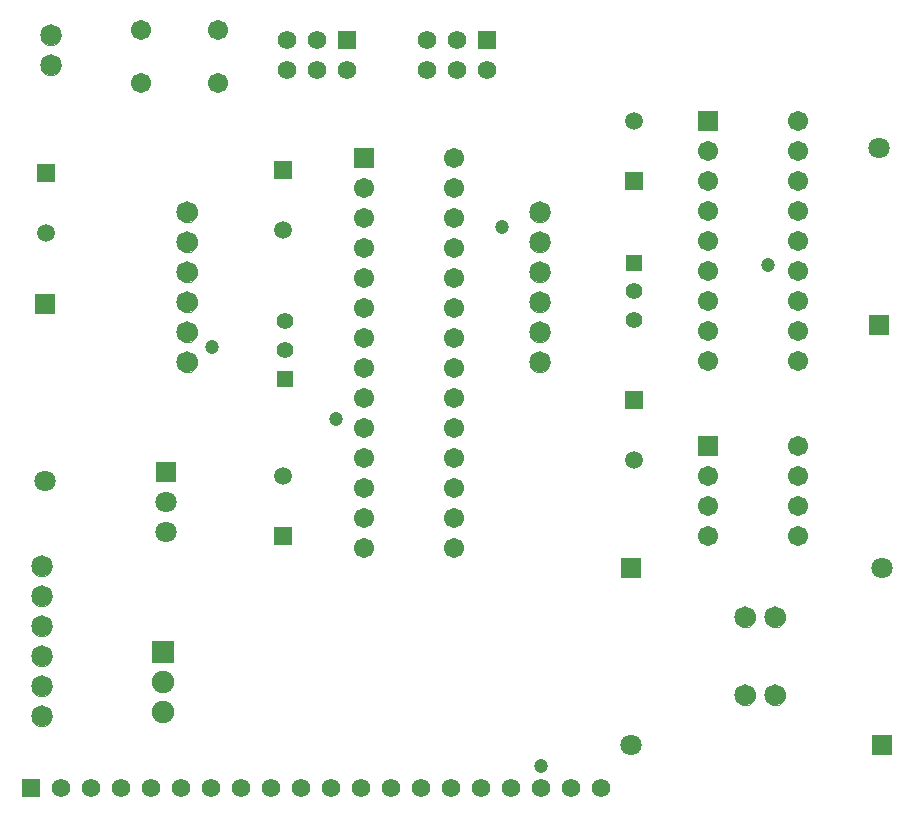
<source format=gbs>
G04*
G04 #@! TF.GenerationSoftware,Altium Limited,Altium Designer,22.9.1 (49)*
G04*
G04 Layer_Color=16711935*
%FSLAX25Y25*%
%MOIN*%
G70*
G04*
G04 #@! TF.SameCoordinates,8C7AA2B9-2782-4D16-8663-33B98A07A00E*
G04*
G04*
G04 #@! TF.FilePolarity,Negative*
G04*
G01*
G75*
%ADD18C,0.00000*%
%ADD20C,0.07178*%
%ADD21C,0.06706*%
%ADD22R,0.06706X0.06706*%
%ADD23R,0.06194X0.06194*%
%ADD24C,0.06194*%
%ADD25C,0.07099*%
%ADD26R,0.07099X0.07099*%
%ADD27C,0.07493*%
%ADD28R,0.07493X0.07493*%
%ADD29R,0.05524X0.05524*%
%ADD30C,0.05524*%
%ADD31R,0.07099X0.07099*%
%ADD32R,0.05918X0.05918*%
%ADD33C,0.05918*%
%ADD34C,0.04737*%
D18*
X190890Y162500D02*
X190739Y163499D01*
X190301Y164410D01*
X189614Y165150D01*
X188739Y165656D01*
X187753Y165881D01*
X186746Y165805D01*
X185805Y165436D01*
X185015Y164806D01*
X184446Y163971D01*
X184148Y163005D01*
Y161995D01*
X184446Y161029D01*
X185015Y160194D01*
X185805Y159564D01*
X186746Y159195D01*
X187753Y159119D01*
X188739Y159344D01*
X189614Y159850D01*
X190301Y160590D01*
X190739Y161501D01*
X190890Y162500D01*
Y172500D02*
X190739Y173499D01*
X190301Y174410D01*
X189614Y175150D01*
X188739Y175656D01*
X187753Y175881D01*
X186746Y175805D01*
X185805Y175436D01*
X185015Y174806D01*
X184446Y173971D01*
X184148Y173005D01*
Y171995D01*
X184446Y171029D01*
X185015Y170194D01*
X185805Y169564D01*
X186746Y169195D01*
X187753Y169120D01*
X188739Y169344D01*
X189614Y169850D01*
X190301Y170590D01*
X190739Y171501D01*
X190890Y172500D01*
Y182500D02*
X190739Y183499D01*
X190301Y184410D01*
X189614Y185150D01*
X188739Y185656D01*
X187753Y185880D01*
X186746Y185805D01*
X185805Y185436D01*
X185015Y184806D01*
X184446Y183971D01*
X184148Y183005D01*
Y181995D01*
X184446Y181029D01*
X185015Y180194D01*
X185805Y179564D01*
X186746Y179195D01*
X187753Y179120D01*
X188739Y179344D01*
X189614Y179850D01*
X190301Y180590D01*
X190739Y181501D01*
X190890Y182500D01*
Y192500D02*
X190739Y193499D01*
X190301Y194410D01*
X189614Y195150D01*
X188739Y195656D01*
X187753Y195880D01*
X186746Y195805D01*
X185805Y195436D01*
X185015Y194806D01*
X184446Y193971D01*
X184148Y193005D01*
Y191995D01*
X184446Y191029D01*
X185015Y190194D01*
X185805Y189564D01*
X186746Y189195D01*
X187753Y189120D01*
X188739Y189344D01*
X189614Y189850D01*
X190301Y190590D01*
X190739Y191501D01*
X190890Y192500D01*
Y202500D02*
X190739Y203499D01*
X190301Y204410D01*
X189614Y205150D01*
X188739Y205656D01*
X187753Y205880D01*
X186746Y205805D01*
X185805Y205436D01*
X185015Y204806D01*
X184446Y203971D01*
X184148Y203005D01*
Y201995D01*
X184446Y201029D01*
X185015Y200194D01*
X185805Y199564D01*
X186746Y199195D01*
X187753Y199119D01*
X188739Y199344D01*
X189614Y199850D01*
X190301Y200590D01*
X190739Y201501D01*
X190890Y202500D01*
Y212500D02*
X190739Y213499D01*
X190301Y214410D01*
X189614Y215150D01*
X188739Y215656D01*
X187753Y215880D01*
X186746Y215805D01*
X185805Y215436D01*
X185015Y214806D01*
X184446Y213971D01*
X184148Y213005D01*
Y211995D01*
X184446Y211029D01*
X185015Y210194D01*
X185805Y209564D01*
X186746Y209195D01*
X187753Y209120D01*
X188739Y209344D01*
X189614Y209850D01*
X190301Y210590D01*
X190739Y211501D01*
X190890Y212500D01*
X73390Y162500D02*
X73239Y163499D01*
X72801Y164410D01*
X72114Y165150D01*
X71238Y165656D01*
X70253Y165881D01*
X69246Y165805D01*
X68305Y165436D01*
X67515Y164806D01*
X66946Y163971D01*
X66648Y163005D01*
Y161995D01*
X66946Y161029D01*
X67515Y160194D01*
X68305Y159564D01*
X69246Y159195D01*
X70253Y159119D01*
X71238Y159344D01*
X72114Y159850D01*
X72801Y160590D01*
X73239Y161501D01*
X73390Y162500D01*
Y172500D02*
X73239Y173499D01*
X72801Y174410D01*
X72114Y175150D01*
X71238Y175656D01*
X70253Y175881D01*
X69246Y175805D01*
X68305Y175436D01*
X67515Y174806D01*
X66946Y173971D01*
X66648Y173005D01*
Y171995D01*
X66946Y171029D01*
X67515Y170194D01*
X68305Y169564D01*
X69246Y169195D01*
X70253Y169120D01*
X71238Y169344D01*
X72114Y169850D01*
X72801Y170590D01*
X73239Y171501D01*
X73390Y172500D01*
Y182500D02*
X73239Y183499D01*
X72801Y184410D01*
X72114Y185150D01*
X71238Y185656D01*
X70253Y185880D01*
X69246Y185805D01*
X68305Y185436D01*
X67515Y184806D01*
X66946Y183971D01*
X66648Y183005D01*
Y181995D01*
X66946Y181029D01*
X67515Y180194D01*
X68305Y179564D01*
X69246Y179195D01*
X70253Y179120D01*
X71238Y179344D01*
X72114Y179850D01*
X72801Y180590D01*
X73239Y181501D01*
X73390Y182500D01*
Y192500D02*
X73239Y193499D01*
X72801Y194410D01*
X72114Y195150D01*
X71238Y195656D01*
X70253Y195880D01*
X69246Y195805D01*
X68305Y195436D01*
X67515Y194806D01*
X66946Y193971D01*
X66648Y193005D01*
Y191995D01*
X66946Y191029D01*
X67515Y190194D01*
X68305Y189564D01*
X69246Y189195D01*
X70253Y189120D01*
X71238Y189344D01*
X72114Y189850D01*
X72801Y190590D01*
X73239Y191501D01*
X73390Y192500D01*
Y202500D02*
X73239Y203499D01*
X72801Y204410D01*
X72114Y205150D01*
X71238Y205656D01*
X70253Y205880D01*
X69246Y205805D01*
X68305Y205436D01*
X67515Y204806D01*
X66946Y203971D01*
X66648Y203005D01*
Y201995D01*
X66946Y201029D01*
X67515Y200194D01*
X68305Y199564D01*
X69246Y199195D01*
X70253Y199119D01*
X71238Y199344D01*
X72114Y199850D01*
X72801Y200590D01*
X73239Y201501D01*
X73390Y202500D01*
Y212500D02*
X73239Y213499D01*
X72801Y214410D01*
X72114Y215150D01*
X71238Y215656D01*
X70253Y215880D01*
X69246Y215805D01*
X68305Y215436D01*
X67515Y214806D01*
X66946Y213971D01*
X66648Y213005D01*
Y211995D01*
X66946Y211029D01*
X67515Y210194D01*
X68305Y209564D01*
X69246Y209195D01*
X70253Y209120D01*
X71238Y209344D01*
X72114Y209850D01*
X72801Y210590D01*
X73239Y211501D01*
X73390Y212500D01*
X27890Y261500D02*
X27739Y262499D01*
X27301Y263410D01*
X26614Y264150D01*
X25738Y264656D01*
X24753Y264880D01*
X23746Y264805D01*
X22805Y264436D01*
X22015Y263806D01*
X21446Y262971D01*
X21148Y262005D01*
Y260995D01*
X21446Y260029D01*
X22015Y259194D01*
X22805Y258564D01*
X23746Y258195D01*
X24753Y258120D01*
X25738Y258344D01*
X26614Y258850D01*
X27301Y259590D01*
X27739Y260501D01*
X27890Y261500D01*
Y271500D02*
X27739Y272499D01*
X27301Y273410D01*
X26614Y274150D01*
X25738Y274656D01*
X24753Y274881D01*
X23746Y274805D01*
X22805Y274436D01*
X22015Y273806D01*
X21446Y272971D01*
X21148Y272005D01*
Y270995D01*
X21446Y270029D01*
X22015Y269194D01*
X22805Y268564D01*
X23746Y268195D01*
X24753Y268120D01*
X25738Y268344D01*
X26614Y268850D01*
X27301Y269590D01*
X27739Y270501D01*
X27890Y271500D01*
X24890Y44500D02*
X24739Y45499D01*
X24301Y46410D01*
X23614Y47150D01*
X22738Y47656D01*
X21753Y47881D01*
X20746Y47805D01*
X19805Y47436D01*
X19015Y46806D01*
X18446Y45971D01*
X18148Y45005D01*
Y43995D01*
X18446Y43029D01*
X19015Y42194D01*
X19805Y41564D01*
X20746Y41195D01*
X21753Y41120D01*
X22738Y41344D01*
X23614Y41850D01*
X24301Y42590D01*
X24739Y43501D01*
X24890Y44500D01*
Y54500D02*
X24739Y55499D01*
X24301Y56410D01*
X23614Y57150D01*
X22738Y57656D01*
X21753Y57881D01*
X20746Y57805D01*
X19805Y57436D01*
X19015Y56806D01*
X18446Y55971D01*
X18148Y55005D01*
Y53995D01*
X18446Y53029D01*
X19015Y52194D01*
X19805Y51564D01*
X20746Y51195D01*
X21753Y51120D01*
X22738Y51344D01*
X23614Y51850D01*
X24301Y52590D01*
X24739Y53501D01*
X24890Y54500D01*
Y64500D02*
X24739Y65499D01*
X24301Y66410D01*
X23614Y67150D01*
X22738Y67656D01*
X21753Y67880D01*
X20746Y67805D01*
X19805Y67436D01*
X19015Y66806D01*
X18446Y65971D01*
X18148Y65005D01*
Y63995D01*
X18446Y63029D01*
X19015Y62194D01*
X19805Y61564D01*
X20746Y61195D01*
X21753Y61120D01*
X22738Y61344D01*
X23614Y61850D01*
X24301Y62590D01*
X24739Y63501D01*
X24890Y64500D01*
Y74500D02*
X24739Y75499D01*
X24301Y76410D01*
X23614Y77150D01*
X22738Y77656D01*
X21753Y77881D01*
X20746Y77805D01*
X19805Y77436D01*
X19015Y76806D01*
X18446Y75971D01*
X18148Y75005D01*
Y73995D01*
X18446Y73029D01*
X19015Y72194D01*
X19805Y71564D01*
X20746Y71195D01*
X21753Y71119D01*
X22738Y71344D01*
X23614Y71850D01*
X24301Y72590D01*
X24739Y73501D01*
X24890Y74500D01*
Y84500D02*
X24739Y85499D01*
X24301Y86410D01*
X23614Y87150D01*
X22738Y87656D01*
X21753Y87880D01*
X20746Y87805D01*
X19805Y87436D01*
X19015Y86806D01*
X18446Y85971D01*
X18148Y85005D01*
Y83995D01*
X18446Y83029D01*
X19015Y82194D01*
X19805Y81564D01*
X20746Y81195D01*
X21753Y81120D01*
X22738Y81344D01*
X23614Y81850D01*
X24301Y82590D01*
X24739Y83501D01*
X24890Y84500D01*
Y94500D02*
X24739Y95499D01*
X24301Y96410D01*
X23614Y97150D01*
X22738Y97656D01*
X21753Y97881D01*
X20746Y97805D01*
X19805Y97436D01*
X19015Y96806D01*
X18446Y95971D01*
X18148Y95005D01*
Y93995D01*
X18446Y93029D01*
X19015Y92194D01*
X19805Y91564D01*
X20746Y91195D01*
X21753Y91119D01*
X22738Y91344D01*
X23614Y91850D01*
X24301Y92590D01*
X24739Y93501D01*
X24890Y94500D01*
X259390Y77500D02*
X259239Y78499D01*
X258801Y79410D01*
X258114Y80150D01*
X257239Y80656D01*
X256253Y80880D01*
X255246Y80805D01*
X254305Y80436D01*
X253515Y79806D01*
X252946Y78971D01*
X252648Y78005D01*
Y76995D01*
X252946Y76029D01*
X253515Y75194D01*
X254305Y74564D01*
X255246Y74195D01*
X256253Y74120D01*
X257239Y74344D01*
X258114Y74850D01*
X258801Y75590D01*
X259239Y76501D01*
X259390Y77500D01*
X269390D02*
X269239Y78499D01*
X268801Y79410D01*
X268114Y80150D01*
X267238Y80656D01*
X266253Y80880D01*
X265246Y80805D01*
X264305Y80436D01*
X263515Y79806D01*
X262946Y78971D01*
X262648Y78005D01*
Y76995D01*
X262946Y76029D01*
X263515Y75194D01*
X264305Y74564D01*
X265246Y74195D01*
X266253Y74120D01*
X267238Y74344D01*
X268114Y74850D01*
X268801Y75590D01*
X269239Y76501D01*
X269390Y77500D01*
X259390Y51500D02*
X259239Y52499D01*
X258801Y53410D01*
X258114Y54150D01*
X257239Y54656D01*
X256253Y54880D01*
X255246Y54805D01*
X254305Y54436D01*
X253515Y53806D01*
X252946Y52971D01*
X252648Y52005D01*
Y50995D01*
X252946Y50029D01*
X253515Y49194D01*
X254305Y48564D01*
X255246Y48195D01*
X256253Y48120D01*
X257239Y48344D01*
X258114Y48850D01*
X258801Y49590D01*
X259239Y50501D01*
X259390Y51500D01*
X269390D02*
X269239Y52499D01*
X268801Y53410D01*
X268114Y54150D01*
X267238Y54656D01*
X266253Y54880D01*
X265246Y54805D01*
X264305Y54436D01*
X263515Y53806D01*
X262946Y52971D01*
X262648Y52005D01*
Y50995D01*
X262946Y50029D01*
X263515Y49194D01*
X264305Y48564D01*
X265246Y48195D01*
X266253Y48120D01*
X267238Y48344D01*
X268114Y48850D01*
X268801Y49590D01*
X269239Y50501D01*
X269390Y51500D01*
D20*
X187500Y162500D02*
D03*
Y172500D02*
D03*
Y182500D02*
D03*
Y192500D02*
D03*
Y202500D02*
D03*
Y212500D02*
D03*
X70000Y162500D02*
D03*
Y172500D02*
D03*
Y182500D02*
D03*
Y192500D02*
D03*
Y202500D02*
D03*
Y212500D02*
D03*
X24500Y261500D02*
D03*
Y271500D02*
D03*
X21500Y44500D02*
D03*
Y54500D02*
D03*
Y64500D02*
D03*
Y74500D02*
D03*
Y84500D02*
D03*
Y94500D02*
D03*
X256000Y77500D02*
D03*
X266000D02*
D03*
X256000Y51500D02*
D03*
X266000D02*
D03*
D21*
X159000Y100500D02*
D03*
Y110500D02*
D03*
Y120500D02*
D03*
Y130500D02*
D03*
Y140500D02*
D03*
Y150500D02*
D03*
Y160500D02*
D03*
Y170500D02*
D03*
Y180500D02*
D03*
Y190500D02*
D03*
Y200500D02*
D03*
Y210500D02*
D03*
Y220500D02*
D03*
Y230500D02*
D03*
X129000Y100500D02*
D03*
Y110500D02*
D03*
Y120500D02*
D03*
Y130500D02*
D03*
Y140500D02*
D03*
Y150500D02*
D03*
Y160500D02*
D03*
Y170500D02*
D03*
Y180500D02*
D03*
Y190500D02*
D03*
Y200500D02*
D03*
Y210500D02*
D03*
Y220500D02*
D03*
X54705Y255642D02*
D03*
Y273358D02*
D03*
X80295D02*
D03*
Y255642D02*
D03*
X273500Y104500D02*
D03*
Y114500D02*
D03*
Y124500D02*
D03*
Y134500D02*
D03*
X243500Y104500D02*
D03*
Y114500D02*
D03*
Y124500D02*
D03*
Y233000D02*
D03*
Y223000D02*
D03*
Y213000D02*
D03*
Y203000D02*
D03*
Y193000D02*
D03*
Y183000D02*
D03*
Y173000D02*
D03*
Y163000D02*
D03*
X273500Y243000D02*
D03*
Y233000D02*
D03*
Y223000D02*
D03*
Y213000D02*
D03*
Y203000D02*
D03*
Y193000D02*
D03*
Y183000D02*
D03*
Y173000D02*
D03*
Y163000D02*
D03*
D22*
X129000Y230500D02*
D03*
X243500Y134500D02*
D03*
Y243000D02*
D03*
D23*
X123373Y270000D02*
D03*
X18000Y20500D02*
D03*
X170000Y270000D02*
D03*
D24*
X123373Y260000D02*
D03*
X113373Y270000D02*
D03*
Y260000D02*
D03*
X103373Y270000D02*
D03*
Y260000D02*
D03*
X28000Y20500D02*
D03*
X38000D02*
D03*
X48000D02*
D03*
X58000D02*
D03*
X68000D02*
D03*
X78000D02*
D03*
X88000D02*
D03*
X98000D02*
D03*
X108000D02*
D03*
X118000D02*
D03*
X128000D02*
D03*
X138000D02*
D03*
X148000D02*
D03*
X158000D02*
D03*
X168000D02*
D03*
X178000D02*
D03*
X188000D02*
D03*
X198000D02*
D03*
X208000D02*
D03*
X170000Y260000D02*
D03*
X160000Y270000D02*
D03*
Y260000D02*
D03*
X150000Y270000D02*
D03*
Y260000D02*
D03*
D25*
X63000Y105937D02*
D03*
Y115937D02*
D03*
X218000Y34972D02*
D03*
X22500Y122972D02*
D03*
X300500Y234028D02*
D03*
X301500Y94028D02*
D03*
D26*
X63000Y125937D02*
D03*
D27*
X62016Y45921D02*
D03*
Y55961D02*
D03*
D28*
Y66000D02*
D03*
D29*
X102500Y156894D02*
D03*
X219000Y195713D02*
D03*
D30*
X102500Y166500D02*
D03*
Y176106D02*
D03*
X219000Y186106D02*
D03*
Y176500D02*
D03*
D31*
X218000Y94028D02*
D03*
X22500Y182028D02*
D03*
X300500Y174972D02*
D03*
X301500Y34972D02*
D03*
D32*
X219000Y222819D02*
D03*
Y149819D02*
D03*
X23000Y225500D02*
D03*
X102000Y226500D02*
D03*
Y104500D02*
D03*
D33*
X219000Y242819D02*
D03*
Y129819D02*
D03*
X23000Y205500D02*
D03*
X102000Y206500D02*
D03*
Y124500D02*
D03*
D34*
X175000Y207500D02*
D03*
X119600Y143697D02*
D03*
X78200Y167500D02*
D03*
X263700Y194800D02*
D03*
X188100Y28000D02*
D03*
M02*

</source>
